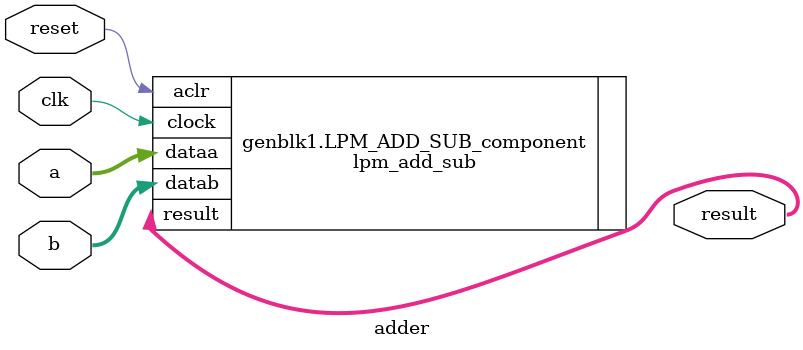
<source format=v>
module adder#(
	parameter WIDTH = 16,
	parameter isSubtraction = 0
)(
	input wire clk,
	input wire reset,
	input wire signed [WIDTH-1:0] a,
	input wire signed [WIDTH-1:0] b,
	output wire signed [WIDTH-1:0] result
);
generate
if(isSubtraction)begin
	lpm_add_sub#(
		.lpm_direction("SUB"),//only difference between the 2 modules
		.lpm_hint("ONE_INPUT_IS_CONSTANT=NO,CIN_USED=NO"),
		.lpm_pipeline(1),
		.lpm_representation("SIGNED"),
		.lpm_type("LPM_ADD_SUB"),
		.lpm_width(WIDTH)
	)	LPM_ADD_SUB_component (
				.aclr (reset),
				.clock (clk),
				.dataa (a),
				.datab (b),
				.result (result)
				// synopsys translate_off
				,
				.add_sub (),
				.cin (),
				.clken (),
				.cout (),
				.overflow ()
				// synopsys translate_on
	);
end else begin
	lpm_add_sub#(
		.lpm_direction("ADD"),//only difference between the 2 modules
		.lpm_hint("ONE_INPUT_IS_CONSTANT=NO,CIN_USED=NO"),
		.lpm_pipeline(1),
		.lpm_representation("SIGNED"),
		.lpm_type("LPM_ADD_SUB"),
		.lpm_width(WIDTH)
	)	LPM_ADD_SUB_component (
				.aclr (reset),
				.clock (clk),
				.dataa (a),
				.datab (b),
				.result (result)
				// synopsys translate_off
				,
				.add_sub (),
				.cin (),
				.clken (),
				.cout (),
				.overflow ()
				// synopsys translate_on
	);
end
endgenerate

endmodule
</source>
